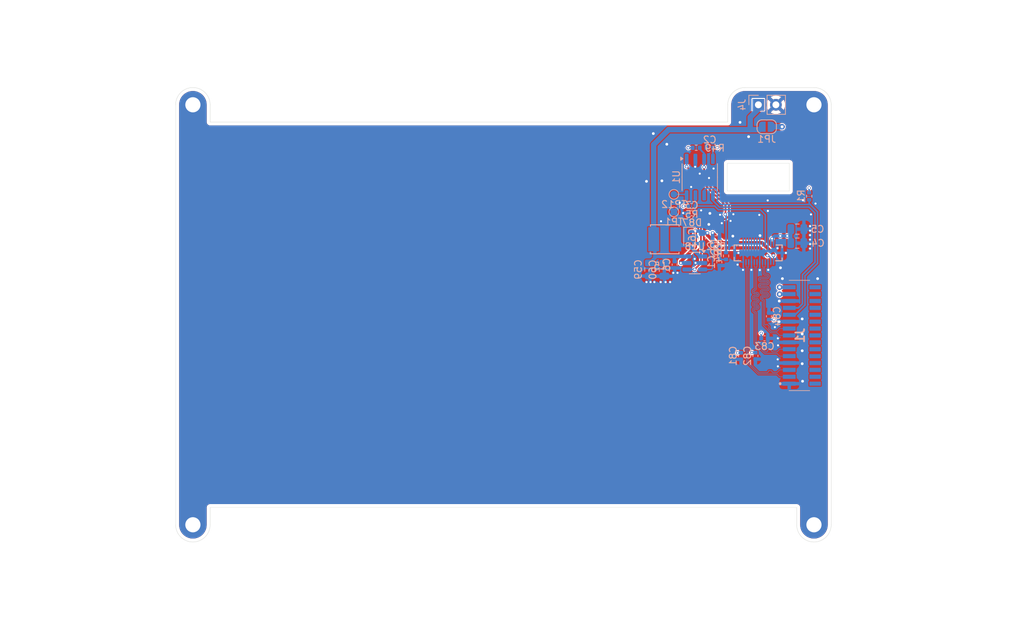
<source format=kicad_pcb>
(kicad_pcb (version 20241229) (generator "pcbnew") (generator_version "9.0")
  (layers (0 "F.Cu" signal) (4 "In1.Cu" signal) (6 "In2.Cu" signal) (2 "B.Cu" signal) (13 "F.Paste" user) (15 "B.Paste" user) (5 "F.SilkS" user "F.Silkscreen") (7 "B.SilkS" user "B.Silkscreen") (1 "F.Mask" user) (3 "B.Mask" user) (25 "Edge.Cuts" user))
  (net 0 "")
  (net 1 "GND")
  (net 15 "Net-(C1-Pad1)")
  (net 18 "+3.3V")
  (net 19 "+BL-LCD")
  (net 21 "Net-(D87-A)")
  (net 22 "BL_PWM")
  (net 23 "-BL-LCD")
  (net 24 "LCD_RESET")
  (net 25 "SCL")
  (net 26 "SDA")
  (net 27 "Net-(U18-FB)")
  (net 28 "BL_ENABLE")
  (net 29 "SDIO")
  (net 30 "/DSI_D1_P")
  (net 31 "/DSI_CLK_N")
  (net 32 "/DSI_D0_P")
  (net 33 "/DSI_D1_N")
  (net 34 "/DSI_CLK_P")
  (net 35 "/DSI_D0_N")
  (net 36 "VLED")
  (footprint "MountingHole:MountingHole_2.2mm_M2_DIN965_Pad" (layer "F.Cu") (at 92.56 -2.5)
    (property "Reference" "H2" (hide yes))
    (property "Value" "~" (hide yes))
  )
  (footprint "MountingHole:MountingHole_2.2mm_M2_DIN965_Pad" (layer "F.Cu") (at 92.56 58.45)
    (property "Reference" "H4" (hide yes))
    (property "Value" "~" (hide yes))
  )
  (footprint "MountingHole:MountingHole_2.2mm_M2_DIN965_Pad" (layer "F.Cu") (at 2.5 58.45)
    (property "Reference" "H3" (hide yes))
    (property "Value" "~" (hide yes))
  )
  (footprint "MountingHole:MountingHole_2.2mm_M2_DIN965_Pad" (layer "F.Cu") (at 2.5 -2.5)
    (property "Reference" "H1" (hide yes))
    (property "Value" "~" (hide yes))
  )
  (footprint "Package_SO:JEITA_SOIC-8_3.9x4.9mm_P1.27mm" (layer "B.Cu") (at 76 8 -90)
    (property "Reference" "U1")
    (property "Value" "CH32V003JxMx")
  )
  (footprint "footprints:CONN-SMD_DF37NB-24DS-0.4V" (layer "B.Cu") (at 84.5 19 180)
    (property "Reference" "CN1" (hide yes))
    (property "Value" "DF37NB-24DS-0.4V(51)" (hide yes))
  )
  (footprint "Resistor_SMD:R_0402_1005Metric" (layer "B.Cu") (at 74.8284 12.2174)
    (property "Reference" "R5")
    (property "Value" "100k")
  )
  (footprint "Resistor_SMD:R_0402_1005Metric" (layer "B.Cu") (at 91.8718 10.7696 -90)
    (property "Reference" "R1")
    (property "Value" "100k")
  )
  (footprint "Diode_SMD:D_SOD-323" (layer "B.Cu") (at 74.5236 16.8792 -90)
    (property "Reference" "D87")
    (property "Value" "1N5819WS")
  )
  (footprint "Resistor_SMD:R_0402_1005Metric" (layer "B.Cu") (at 78.3616 18.914 180)
    (property "Reference" "R3")
    (property "Value" "90k")
  )
  (footprint "Capacitor_SMD:C_0402_1005Metric" (layer "B.Cu") (at 78.8416 20.3454 -90)
    (property "Reference" "C1")
    (property "Value" "100n")
  )
  (footprint "TestPoint:TestPoint_Pad_D1.0mm" (layer "B.Cu") (at 72.25 10.5)
    (property "Reference" "TP12")
    (property "Value" "SDIO")
  )
  (footprint "Capacitor_SMD:C_0805_2012Metric" (layer "B.Cu") (at 90.1548 15.5448)
    (property "Reference" "C5")
    (property "Value" "10u")
  )
  (footprint "Capacitor_SMD:C_0402_1005Metric" (layer "B.Cu") (at 72.3646 20.7036 -90)
    (property "Reference" "C6")
    (property "Value" "10n")
  )
  (footprint "Capacitor_SMD:C_0603_1608Metric" (layer "B.Cu") (at 76.327 16.8656 -90)
    (property "Reference" "C61")
    (property "Value" "1u")
  )
  (footprint "Resistor_SMD:R_0402_1005Metric" (layer "B.Cu") (at 79.8148 19.4354 -90)
    (property "Reference" "R4")
    (property "Value" "10k")
  )
  (footprint "Package_TO_SOT_SMD:SOT-23-6" (layer "B.Cu") (at 75.2801 20.4622 180)
    (property "Reference" "U18")
    (property "Value" "AP3032KTR")
  )
  (footprint "Connector_PinHeader_2.54mm:PinHeader_1x02_P2.54mm_Vertical" (layer "B.Cu") (at 84.5 -2.5 -90)
    (property "Reference" "J4")
    (property "Value" "Backlight power")
  )
  (footprint "Capacitor_SMD:C_0402_1005Metric" (layer "B.Cu") (at 84.074 33.9344 -90)
    (property "Reference" "C82")
    (property "Value" "10n")
  )
  (footprint "Resistor_SMD:R_0402_1005Metric" (layer "B.Cu") (at 75.4868 3.7338 180)
    (property "Reference" "R49")
    (property "Value" "100k")
  )
  (footprint "footprints:IND-SMD_L4.0-W4.0" (layer "B.Cu") (at 70.9168 17.018)
    (property "Reference" "L5")
    (property "Value" "6.8uH")
  )
  (footprint "footprints:117342485" (layer "B.Cu") (at 88.9512 30.975 -90)
    (property "Reference" "J1")
    (property "Value" "1-1734248-5" (hide yes))
  )
  (footprint "Jumper:SolderJumper-2_P1.3mm_Open_RoundedPad1.0x1.5mm" (layer "B.Cu") (at 85.71 0.6858)
    (property "Reference" "JP1")
    (property "Value" "Backlight voltage source selection")
  )
  (footprint "Capacitor_SMD:C_0402_1005Metric" (layer "B.Cu") (at 77.4446 3.7338 180)
    (property "Reference" "C2")
    (property "Value" "100n")
  )
  (footprint "Capacitor_SMD:C_0805_2012Metric" (layer "B.Cu") (at 70.8676 21.4252 -90)
    (property "Reference" "C60")
    (property "Value" "10u")
  )
  (footprint "Capacitor_SMD:C_0402_1005Metric" (layer "B.Cu") (at 85.3922 31.3944)
    (property "Reference" "C83")
    (property "Value" "10n")
  )
  (footprint "Resistor_SMD:R_0402_1005Metric" (layer "B.Cu") (at 78.3616 16.886)
    (property "Reference" "R52")
    (property "Value" "10")
  )
  (footprint "TestPoint:TestPoint_Pad_D1.0mm" (layer "B.Cu") (at 72.25 13.04)
    (property "Reference" "TP1")
    (property "Value" "GND")
  )
  (footprint "Capacitor_SMD:C_0805_2012Metric" (layer "B.Cu") (at 90.1446 17.5768)
    (property "Reference" "C4")
    (property "Value" "10u")
  )
  (footprint "Capacitor_SMD:C_0805_2012Metric" (layer "B.Cu") (at 68.7594 21.3998 -90)
    (property "Reference" "C59")
    (property "Value" "10u")
  )
  (footprint "Capacitor_SMD:C_0402_1005Metric" (layer "B.Cu") (at 74.8284 13.2334 180)
    (property "Reference" "C3")
    (property "Value" "100n")
  )
  (footprint "Capacitor_SMD:C_0402_1005Metric" (layer "B.Cu") (at 81.9912 33.9598 -90)
    (property "Reference" "C81")
    (property "Value" "10n")
  )
  (footprint "Capacitor_SMD:C_0402_1005Metric" (layer "B.Cu") (at 86.0298 28.194 90)
    (property "Reference" "C84")
    (property "Value" "10n")
  )
  (footprint "Resistor_SMD:R_0402_1005Metric" (layer "B.Cu") (at 78.3616 17.9)
    (property "Reference" "R2")
    (property "Value" "5k")
  )
  (gr_line (start 80.06 0) (end 80.06 -2.5) (stroke (width 0.05)) (layer "Edge.Cuts"))
  (gr_line (start 80 6) (end 80 10) (stroke (width 0.0381)) (layer "Edge.Cuts"))
  (gr_line (start 0 -2.5) (end 0 58.45) (stroke (width 0.0381)) (layer "Edge.Cuts"))
  (gr_line (start 95.06 -2.5) (end 95.06 58.45) (stroke (width 0.05)) (layer "Edge.Cuts"))
  (gr_line (start 92.56 -5) (end 82.56 -5) (stroke (width 0.05)) (layer "Edge.Cuts"))
  (gr_arc (start 95.06 58.45) (mid 92.56 60.95) (end 90.06 58.45) (stroke (width 0.05)) (layer "Edge.Cuts"))
  (gr_arc (start 80.06 -2.5) (mid 80.792233 -4.267767) (end 82.56 -5) (stroke (width 0.05)) (layer "Edge.Cuts"))
  (gr_arc (start 5 58.45) (mid 2.5 60.95) (end 0 58.45) (stroke (width 0.05)) (layer "Edge.Cuts"))
  (gr_line (start 90.06 55.95) (end 90.06 58.45) (stroke (width 0.05)) (layer "Edge.Cuts"))
  (gr_line (start 5 55.95) (end 90.06 55.95) (stroke (width 0.0381)) (layer "Edge.Cuts"))
  (gr_line (start 80 10) (end 89 10) (stroke (width 0.0381)) (layer "Edge.Cuts"))
  (gr_line (start 5 55.95) (end 5 58.45) (stroke (width 0.05)) (layer "Edge.Cuts"))
  (gr_line (start 89 6) (end 80 6) (stroke (width 0.0381)) (layer "Edge.Cuts"))
  (gr_line (start 89 6) (end 89 10) (stroke (width 0.0381)) (layer "Edge.Cuts"))
  (gr_arc (start 92.56 -5) (mid 94.327767 -4.267767) (end 95.06 -2.5) (stroke (width 0.05)) (layer "Edge.Cuts"))
  (gr_line (start 5 0) (end 80.06 0) (stroke (width 0.05)) (layer "Edge.Cuts"))
  (gr_line (start 5 0) (end 5 -2.5) (stroke (width 0.05)) (layer "Edge.Cuts"))
  (gr_arc (start 0 -2.5) (mid 2.5 -5) (end 5 -2.5) (stroke (width 0.05)) (layer "Edge.Cuts"))
  (via (at 91.9988 18.3642) (size 0.5) (drill 0.3) (layers "F.Cu" "B.Cu") (net 1))
  (via (at 88.4936 18.9992) (size 0.45) (drill 0.3) (layers "F.Cu" "B.Cu") (net 1))
  (via (at 69.2658 1.6764) (size 0.8) (drill 0.4) (layers "F.Cu" "B.Cu") (net 1))
  (via (at 69.4198 23.2286) (size 0.5) (drill 0.3) (layers "F.Cu" "B.Cu") (net 1))
  (via (at 73.1012 11.7094) (size 0.5) (drill 0.3) (layers "F.Cu" "B.Cu") (net 1))
  (via (at 77.47 13.2588) (size 0.8) (drill 0.4) (layers "F.Cu" "B.Cu") (net 1))
  (via (at 92.7862 11.8364) (size 0.5) (drill 0.3) (layers "F.Cu" "B.Cu") (net 1))
  (via (at 90.8558 35.0774) (size 0.8) (drill 0.4) (layers "F.Cu" "B.Cu") (net 1))
  (via (at 87.5284 25.9842) (size 0.8) (drill 0.4) (layers "F.Cu" "B.Cu") (net 1))
  (via (at 78.0034 6.7564) (size 0.5) (drill 0.3) (layers "F.Cu" "B.Cu") (net 1))
  (via (at 71.7058 23.2286) (size 0.5) (drill 0.3) (layers "F.Cu" "B.Cu") (net 1))
  (via (at 70.3834 14.4018) (size 0.5) (drill 0.3) (layers "F.Cu" "B.Cu") (net 1))
  (via (at 76.2 12.827) (size 0.5) (drill 0.3) (layers "F.Cu" "B.Cu") (net 1))
  (via (at 84.6328 13.4874) (size 0.5) (drill 0.3) (layers "F.Cu" "B.Cu") (net 1))
  (via (at 80.7974 16.5608) (size 0.8) (drill 0.4) (layers "F.Cu" "B.Cu") (net 1))
  (via (at 74.7522 9.4234) (size 0.5) (drill 0.3) (layers "F.Cu" "B.Cu") (net 1))
  (via (at 90.9066 37.6174) (size 0.8) (drill 0.4) (layers "F.Cu" "B.Cu") (net 1))
  (via (at 77.343 8.128) (size 0.5) (drill 0.3) (layers "F.Cu" "B.Cu") (net 1))
  (via (at 68.861 23.2286) (size 0.5) (drill 0.3) (layers "F.Cu" "B.Cu") (net 1))
  (via (at 85.8774 12.9032) (size 0.5) (drill 0.3) (layers "F.Cu" "B.Cu") (net 1))
  (via (at 90.9574 11.3538) (size 0.5) (drill 0.3) (layers "F.Cu" "B.Cu") (net 1))
  (via (at 81.8388 0.0508) (size 0.8) (drill 0.4) (layers "F.Cu" "B.Cu") (net 1))
  (via (at 80.8736 13.3858) (size 0.5) (drill 0.3) (layers "F.Cu" "B.Cu") (net 1))
  (via (at 92.1258 13.4112) (size 0.5) (drill 0.3) (layers "F.Cu" "B.Cu") (net 1))
  (via (at 83.0834 2.1336) (size 0.8) (drill 0.4) (layers "F.Cu" "B.Cu") (net 1))
  (via (at 86.8934 29.7688) (size 0.45) (drill 0.3) (layers "F.Cu" "B.Cu") (net 1))
  (via (at 75.3364 6.5024) (size 0.5) (drill 0.3) (layers "F.Cu" "B.Cu") (net 1))
  (via (at 84.7344 16.4846) (size 0.8) (drill 0.4) (layers "F.Cu" "B.Cu") (net 1))
  (via (at 84.709 21.4884) (size 0.45) (drill 0.3) (layers "F.Cu" "B.Cu") (net 1))
  (via (at 81.6102 18.9992) (size 0.45) (drill 0.3) (layers "F.Cu" "B.Cu") (net 1))
  (via (at 81.4832 20.701) (size 0.45) (drill 0.3) (layers "F.Cu" "B.Cu") (net 1))
  (via (at 83.4898 21.463) (size 0.45) (drill 0.3) (layers "F.Cu" "B.Cu") (net 1))
  (via (at 90.8558 30.7594) (size 0.8) (drill 0.4) (layers "F.Cu" "B.Cu") (net 1))
  (via (at 87.3252 31.3944) (size 0.45) (drill 0.3) (layers "F.Cu" "B.Cu") (net 1))
  (via (at 87.3506 32.4104) (size 0.45) (drill 0.3) (layers "F.Cu" "B.Cu") (net 1))
  (via (at 87.7062 21.1582) (size 0.8) (drill 0.4) (layers "F.Cu" "B.Cu") (net 1))
  (via (at 75.2602 19.8628) (size 0.5) (drill 0.3) (layers "F.Cu" "B.Cu") (net 1))
  (via (at 82.2706 21.463) (size 0.45) (drill 0.3) (layers "F.Cu" "B.Cu") (net 1))
  (via (at 72.1614 21.8948) (size 0.5) (drill 0.3) (layers "F.Cu" "B.Cu") (net 1))
  (via (at 87.2744 18.3134) (size 0.45) (drill 0.3) (layers "F.Cu" "B.Cu") (net 1))
  (via (at 71.0454 23.2286) (size 0.5) (drill 0.3) (layers "F.Cu" "B.Cu") (net 1))
  (via (at 91.9988 17.71396) (size 0.5) (drill 0.3) (layers "F.Cu" "B.Cu") (net 1))
  (via (at 73.5838 13.208) (size 0.45) (drill 0.3) (layers "F.Cu" "B.Cu") (net 1))
  (via (at 80.4672 14.351) (size 0.5) (drill 0.3) (layers "F.Cu" "B.Cu") (net 1))
  (via (at 75.9968 7.493) (size 0.5) (drill 0.3) (layers "F.Cu" "B.Cu") (net 1))
  (via (at 87.2998 34.4424) (size 0.45) (drill 0.3) (layers "F.Cu" "B.Cu") (net 1))
  (via (at 79.1972 14.6812) (size 0.5) (drill 0.3) (layers "F.Cu" "B.Cu") (net 1))
  (via (at 87.3252 35.4584) (size 0.45) (drill 0.3) (layers "F.Cu" "B.Cu") (net 1))
  (via (at 91.9988 17.06372) (size 0.5) (drill 0.3) (layers "F.Cu" "B.Cu") (net 1))
  (via (at 85.9282 21.463) (size 0.45) (drill 0.3) (layers "F.Cu" "B.Cu") (net 1))
  (via (at 68.2768 23.2286) (size 0.5) (drill 0.3) (layers "F.Cu" "B.Cu") (net 1))
  (via (at 91.9988 16.41348) (size 0.5) (drill 0.3) (layers "F.Cu" "B.Cu") (net 1))
  (via (at 72.771 21.8948) (size 0.5) (drill 0.3) (layers "F.Cu" "B.Cu") (net 1))
  (via (at 70.5104 8.5344) (size 0.8) (drill 0.4) (layers "F.Cu" "B.Cu") (net 1))
  (via (at 87.503 28.9814) (size 0.8) (drill 0.4) (layers "F.Cu" "B.Cu") (net 1))
  (via (at 77.3176 14.859) (size 0.8) (drill 0.4) (layers "F.Cu" "B.Cu") (net 1))
  (via (at 75.3872 20.447) (size 0.5) (drill 0.3) (layers "F.Cu" "B.Cu") (net 1))
  (via (at 93.091 22.733) (size 0.8) (drill 0.4) (layers "F.Cu" "B.Cu") (net 1))
  (via (at 68.2752 8.6106) (size 0.8) (drill 0.4) (layers "F.Cu" "B.Cu") (net 1))
  (via (at 85.852 11.3792) (size 0.5) (drill 0.3) (layers "F.Cu" "B.Cu") (net 1))
  (via (at 87.9856 22.733) (size 0.8) (drill 0.4) (layers "F.Cu" "B.Cu") (net 1))
  (via (at 91.9988 15.113) (size 0.5) (drill 0.3) (layers "F.Cu" "B.Cu") (net 1))
  (via (at 90.8558 28.575) (size 0.8) (drill 0.4) (layers "F.Cu" "B.Cu") (net 1))
  (via (at 71.2216 3.2258) (size 0.8) (drill 0.4) (layers "F.Cu" "B.Cu") (net 1))
  (via (at 70.3342 23.2286) (size 0.5) (drill 0.3) (layers "F.Cu" "B.Cu") (net 1))
  (via (at 78.9432 13.462) (size 0.5) (drill 0.3) (layers "F.Cu" "B.Cu") (net 1))
  (via (at 90.8558 33.1978) (size 0.8) (drill 0.4) (layers "F.Cu" "B.Cu") (net 1))
  (via (at 91.9988 15.76324) (size 0.5) (drill 0.3) (layers "F.Cu" "B.Cu") (net 1))
  (segment (start 75.4024 20.4622) (end 75.3872 20.447) (width 0.5) (layer "B.Cu") (net 1))
  (segment (start 76.4176 20.4622) (end 75.4024 20.4622) (width 0.5) (layer "B.Cu") (net 1))
  (segment (start 78.8416 18.944) (end 78.8716 18.914) (width 0.25) (layer "B.Cu") (net 15))
  (segment (start 79.8148 19.9454) (end 78.869 19.9454) (width 0.25) (layer "B.Cu") (net 15))
  (segment (start 78.869 19.9454) (end 78.8416 19.918) (width 0.25) (layer "B.Cu") (net 15))
  (segment (start 78.8416 19.918) (end 78.8416 18.944) (width 0.25) (layer "B.Cu") (net 15))
  (segment (start 79.8572 19.8932) (end 79.8672 19.9032) (width 0.25) (layer "B.Cu") (net 15))
  (via (at 84.9122 30.6578) (size 0.45) (drill 0.3) (layers "F.Cu" "B.Cu") (net 18))
  (via (at 87.9348 0.6858) (size 0.8) (drill 0.4) (layers "F.Cu" "B.Cu") (net 18))
  (via (at 88.6968 16.5354) (size 0.5) (drill 0.3) (layers "F.Cu" "B.Cu") (net 18))
  (via (at 87.5792 23.9776) (size 0.8) (drill 0.4) (layers "F.Cu" "B.Cu") (net 18))
  (via (at 86.7384 28.674) (size 0.45) (drill 0.3) (layers "F.Cu" "B.Cu") (net 18))
  (via (at 91.8718 9.5758) (size 0.45) (drill 0.3) (layers "F.Cu" "B.Cu") (net 18))
  (via (at 81.4832 33.5026) (size 0.45) (drill 0.3) (layers "F.Cu" "B.Cu") (net 18))
  (via (at 78.5622 3.7084) (size 0.45) (drill 0.3) (layers "F.Cu" "B.Cu") (net 18))
  (via (at 74.3458 3.7338) (size 0.5) (drill 0.3) (layers "F.Cu" "B.Cu") (net 18))
  (via (at 87.6808 16.5354) (size 0.5) (drill 0.3) (layers "F.Cu" "B.Cu") (net 18))
  (via (at 83.5406 33.4518) (size 0.45) (drill 0.3) (layers "F.Cu" "B.Cu") (net 18))
  (via (at 86.487 16.9164) (size 0.5) (drill 0.3) (layers "F.Cu" "B.Cu") (net 18))
  (via (at 87.5792 24.9936) (size 0.8) (drill 0.4) (layers "F.Cu" "B.Cu") (net 18))
  (via (at 73.6346 12.2174) (size 0.5) (drill 0.3) (layers "F.Cu" "B.Cu") (net 18))
  (segment (start 91.8718 10.2596) (end 91.8718 9.6774) (width 0.25) (layer "B.Cu") (net 18))
  (segment (start 88.9762 24.975) (end 87.6232 24.975) (width 0.5) (layer "B.Cu") (net 18))
  (segment (start 86.3 17.68) (end 86.3 17.1034) (width 0.25) (layer "B.Cu") (net 18))
  (segment (start 77.9246 3.7338) (end 78.5368 3.7338) (width 0.25) (layer "B.Cu") (net 18))
  (segment (start 89.1946 16.5354) (end 88.6968 16.5354) (width 0.5) (layer "B.Cu") (net 18))
  (segment (start 89.1946 15.555) (end 89.2048 15.5448) (width 0.5) (layer "B.Cu") (net 18))
  (segment (start 77.905 5.35) (end 77.905 3.7534) (width 0.25) (layer "B.Cu") (net 18))
  (segment (start 89.1946 16.5354) (end 89.1946 15.555) (width 0.5) (layer "B.Cu") (net 18))
  (segment (start 74.3184 12.2174) (end 73.6346 12.2174) (width 0.2) (layer "B.Cu") (net 18))
  (segment (start 78.5368 3.7338) (end 78.5622 3.7084) (width 0.25) (layer "B.Cu") (net 18))
  (segment (start 81.506 33.4798) (end 81.4832 33.5026) (width 0.25) (layer "B.Cu") (net 18))
  (segment (start 87.5818 23.975) (end 87.5792 23.9776) (width 0.5) (layer "B.Cu") (net 18))
  (segment (start 86.7 17.1294) (end 86.487 16.9164) (width 0.25) (layer "B.Cu") (net 18))
  (segment (start 86.868 16.5354) (end 86.487 16.9164) (width 0.5) (layer "B.Cu") (net 18))
  (segment (start 86.7384 28.674) (end 86.0298 28.674) (width 0.25) (layer "B.Cu") (net 18))
  (segment (start 86.7 17.68) (end 86.7 17.1294) (width 0.25) (layer "B.Cu") (net 18))
  (segment (start 77.905 3.7534) (end 77.9246 3.7338) (width 0.25) (layer "B.Cu") (net 18))
  (segment (start 89.1946 17.5768) (end 89.1946 16.5354) (width 0.5) (layer "B.Cu") (net 18))
  (segment (start 83.5432 33.4544) (end 83.5406 33.4518) (width 0.25) (layer "B.Cu") (net 18))
  (segment (start 81.9912 33.4798) (end 81.506 33.4798) (width 0.25) (layer "B.Cu") (net 18))
  (segment (start 86.3 17.1034) (end 86.487 16.9164) (width 0.25) (layer "B.Cu") (net 18))
  (segment (start 87.6232 24.975) (end 87.6046 24.9936) (width 0.5) (layer "B.Cu") (net 18))
  (segment (start 74.9768 3.7338) (end 74.3458 3.7338) (width 0.25) (layer "B.Cu") (net 18))
  (segment (start 84.9122 31.3944) (end 84.9122 30.6578) (width 0.25) (layer "B.Cu") (net 18))
  (segment (start 86.36 0.6858) (end 87.9348 0.6858) (width 0.8) (layer "B.Cu") (net 18))
  (segment (start 87.6808 16.5354) (end 86.868 16.5354) (width 0.5) (layer "B.Cu") (net 18))
  (segment (start 88.9762 23.975) (end 87.5818 23.975) (width 0.5) (layer "B.Cu") (net 18))
  (segment (start 84.074 33.4544) (end 83.5432 33.4544) (width 0.25) (layer "B.Cu") (net 18))
  (segment (start 91.8718 9.6774) (end 91.8718 9.5758) (width 0.25) (layer "B.Cu") (net 18))
  (segment (start 88.6968 16.5354) (end 87.6808 16.5354) (width 0.5) (layer "B.Cu") (net 18))
  (segment (start 85.813194 19.366794) (end 85.814606 19.366794) (width 0.5) (layer "F.Cu") (net 19))
  (segment (start 84.7196 18.2732) (end 85.2805 18.8341) (width 0.5) (layer "F.Cu") (net 19))
  (segment (start 77.1144 16.1036) (end 77.1144 16.414675) (width 0.5) (layer "F.Cu") (net 19))
  (segment (start 78.972925 18.2732) (end 84.7196 18.2732) (width 0.5) (layer "F.Cu") (net 19))
  (segment (start 73.2536 20.2438) (end 75.3618 18.1356) (width 0.5) (layer "F.Cu") (net 19))
  (segment (start 73.2536 20.4622) (end 73.2536 20.2438) (width 0.5) (layer "F.Cu") (net 19))
  (segment (start 75.3618 18.1356) (end 75.3618 15.8292) (width 0.5) (layer "F.Cu") (net 19))
  (segment (start 77.1144 16.414675) (end 78.972925 18.2732) (width 0.5) (layer "F.Cu") (net 19))
  (segment (start 85.2805 18.8341) (end 85.813194 19.366794) (width 0.5) (layer "F.Cu") (net 19))
  (via (at 73.2536 20.4622) (size 0.5) (drill 0.3) (layers "F.Cu" "B.Cu") (net 19))
  (via (at 85.814606 19.366794) (size 0.5) (drill 0.3) (layers "F.Cu" "B.Cu") (net 19))
  (via (at 75.3618 15.8292) (size 0.5) (drill 0.3) (layers "F.Cu" "B.Cu") (net 19))
  (via (at 77.1144 16.1036) (size 0.5) (drill 0.3) (layers "F.Cu" "B.Cu") (net 19))
  (segment (start 86.3 19.752) (end 85.914794 19.366794) (width 0.2) (layer "B.Cu") (net 19))
  (segment (start 77.1014 16.0906) (end 77.1144 16.1036) (width 0.5) (layer "B.Cu") (net 19))
  (segment (start 76.34 16.1036) (end 76.327 16.0906) (width 0.25) (layer "B.Cu") (net 19))
  (segment (start 73.2536 20.4622) (end 74.1426 20.4622) (width 0.5) (layer "B.Cu") (net 19))
  (segment (start 85.914794 19.366794) (end 85.814606 19.366794) (width 0.2) (layer "B.Cu") (net 19))
  (segment (start 75.3618 15.8292) (end 76.0656 15.8292) (width 0.5) (layer "B.Cu") (net 19))
  (segment (start 86.3 20.32) (end 86.3 19.752) (width 0.2) (layer "B.Cu") (net 19))
  (segment (start 74.5236 15.8292) (end 75.3618 15.8292) (width 0.5) (layer "B.Cu") (net 19))
  (segment (start 76.0656 15.8292) (end 76.327 16.0906) (width 0.5) (layer "B.Cu") (net 19))
  (segment (start 76.327 16.0906) (end 77.1014 16.0906) (width 0.5) (layer "B.Cu") (net 19))
  (segment (start 76.0526 19.5122) (end 74.5236 17.9832) (width 0.5) (layer "B.Cu") (net 21))
  (segment (start 76.4176 19.5122) (end 76.0526 19.5122) (width 0.5) (layer "B.Cu") (net 21))
  (segment (start 73.428 17.9292) (end 72.5168 17.018) (width 0.5) (layer "B.Cu") (net 21))
  (segment (start 74.5236 17.9832) (end 74.5236 17.9292) (width 0.5) (layer "B.Cu") (net 21))
  (segment (start 74.5236 17.9292) (end 73.428 17.9292) (width 0.5) (layer "B.Cu") (net 21))
  (segment (start 79.7814 13.2842) (end 79.7814 13.335) (width 0.25) (layer "F.Cu") (net 22))
  (segment (start 79.7306 12.1158) (end 79.7306 13.2334) (width 0.25) (layer "F.Cu") (net 22))
  (segment (start 79.7814 13.335) (end 79.7052 13.4112) (width 0.25) (layer "F.Cu") (net 22))
  (segment (start 74.0918 6.477) (end 79.7306 12.1158) (width 0.25) (layer "F.Cu") (net 22))
  (segment (start 79.7306 13.2334) (end 79.7814 13.2842) (width 0.25) (layer "F.Cu") (net 22))
  (via (at 79.7052 13.4112) (size 0.5) (drill 0.3) (layers "F.Cu" "B.Cu") (net 22))
  (via (at 74.0918 6.477) (size 0.5) (drill 0.3) (layers "F.Cu" "B.Cu") (net 22))
  (segment (start 74.095 6.4738) (end 74.0918 6.477) (width 0.25) (layer "B.Cu") (net 22))
  (segment (start 79.7052 13.4112) (end 79.8148 13.5208) (width 0.25) (layer "B.Cu") (net 22))
  (segment (start 79.8148 13.5208) (end 79.8148 18.9254) (width 0.25) (layer "B.Cu") (net 22))
  (segment (start 74.095 5.35) (end 74.095 6.4738) (width 0.25) (layer "B.Cu") (net 22))
  (segment (start 79.283999 17.5222) (end 85.030674 17.5222) (width 0.5) (layer "F.Cu") (net 23))
  (segment (start 85.030674 17.5222) (end 86.2436 18.735126) (width 0.5) (layer "F.Cu") (net 23))
  (segment (start 77.8654 16.1036) (end 79.283999 17.5222) (width 0.5) (layer "F.Cu") (net 23))
  (segment (start 86.6902 19.181726) (end 86.6902 19.3548) (width 0.5) (layer "F.Cu") (net 23))
  (segment (start 86.2436 18.735126) (end 86.6902 19.181726) (width 0.5) (layer "F.Cu") (net 23))
  (via (at 86.6902 19.3548) (size 0.5) (drill 0.3) (layers "F.Cu" "B.Cu") (net 23))
  (via (at 77.8654 16.1036) (size 0.5) (drill 0.3) (layers "F.Cu" "B.Cu") (net 23))
  (segment (start 77.8654 16.8722) (end 77.8654 16.1036) (width 0.5) (layer "B.Cu") (net 23))
  (segment (start 77.8516 17.9) (end 77.8516 16.886) (width 0.5) (layer "B.Cu") (net 23))
  (segment (start 86.7 19.3646) (end 86.6902 19.3548) (width 0.2) (layer "B.Cu") (net 23))
  (segment (start 77.8516 16.886) (end 77.8654 16.8722) (width 0.5) (layer "B.Cu") (net 23))
  (segment (start 86.7 20.32) (end 86.7 19.3646) (width 0.2) (layer "B.Cu") (net 23))
  (segment (start 75.365 12.1608) (end 75.3338 12.192) (width 0.25) (layer "B.Cu") (net 24))
  (segment (start 85.5 13.4626) (end 85.5 17.68) (width 0.25) (layer "B.Cu") (net 24))
  (segment (start 75.365 10.65) (end 75.365 12.1608) (width 0.25) (layer "B.Cu") (net 24))
  (segment (start 78.162428 12.192) (end 78.692828 12.7224) (width 0.25) (layer "B.Cu") (net 24))
  (segment (start 84.7598 12.7224) (end 85.5 13.4626) (width 0.25) (layer "B.Cu") (net 24))
  (segment (start 75.3338 12.192) (end 75.3338 13.178) (width 0.25) (layer "B.Cu") (net 24))
  (segment (start 78.692828 12.7224) (end 84.7598 12.7224) (width 0.25) (layer "B.Cu") (net 24))
  (segment (start 75.3338 12.192) (end 78.162428 12.192) (width 0.25) (layer "B.Cu") (net 24))
  (segment (start 75.3338 13.178) (end 75.3638 13.208) (width 0.25) (layer "B.Cu") (net 24))
  (segment (start 76.635 9.900001) (end 76.635 10.65) (width 0.25) (layer "B.Cu") (net 25))
  (segment (start 91.2592 22.3296) (end 93.091 20.4978) (width 0.25) (layer "B.Cu") (net 25))
  (segment (start 91.9958 11.9664) (end 91.8718 11.9664) (width 0.25) (layer "B.Cu") (net 25))
  (segment (start 93.091 20.4978) (end 93.091 13.0556) (width 0.25) (layer "B.Cu") (net 25))
  (segment (start 91.8718 11.9664) (end 79.0478 11.9664) (width 0.25) (layer "B.Cu") (net 25))
  (segment (start 76.888001 9.647) (end 76.635 9.900001) (width 0.25) (layer "B.Cu") (net 25))
  (segment (start 93.091 13.0556) (end 91.9988 11.9634) (width 0.25) (layer "B.Cu") (net 25))
  (segment (start 91.8718 11.2796) (end 91.8718 11.9664) (width 0.25) (layer "B.Cu") (net 25))
  (segment (start 89.831372 27.975) (end 91.2592 26.547173) (width 0.25) (layer "B.Cu") (net 25))
  (segment (start 78.5622 11.4808) (end 78.5622 10.00114) (width 0.25) (layer "B.Cu") (net 25))
  (segment (start 79.0478 11.9664) (end 78.5622 11.4808) (width 0.25) (layer "B.Cu") (net 25))
  (segment (start 91.2592 26.547173) (end 91.2592 22.3296) (width 0.25) (layer "B.Cu") (net 25))
  (segment (start 78.20806 9.647) (end 76.888001 9.647) (width 0.25) (layer "B.Cu") (net 25))
  (segment (start 91.9988 11.9634) (end 91.9958 11.9664) (width 0.25) (layer "B.Cu") (net 25))
  (segment (start 88.9762 27.975) (end 89.831372 27.975) (width 0.25) (layer "B.Cu") (net 25))
  (segment (start 78.5622 10.00114) (end 78.20806 9.647) (width 0.25) (layer "B.Cu") (net 25))
  (segment (start 92.713 20.341228) (end 92.713 13.212172) (width 0.25) (layer "B.Cu") (net 26))
  (segment (start 92.713 13.212172) (end 91.845228 12.3444) (width 0.25) (layer "B.Cu") (net 26))
  (segment (start 88.9762 26.975) (end 90.2968 26.975) (width 0.25) (layer "B.Cu") (net 26))
  (segment (start 90.2968 26.975) (end 90.8812 26.3906) (width 0.25) (layer "B.Cu") (net 26))
  (segment (start 90.8812 22.173027) (end 92.713 20.341228) (width 0.25) (layer "B.Cu") (net 26))
  (segment (start 78.849401 12.3444) (end 77.905 11.399999) (width 0.25) (layer "B.Cu") (net 26))
  (segment (start 90.8812 26.3906) (end 90.8812 22.173027) (width 0.25) (layer "B.Cu") (net 26))
  (segment (start 77.905 11.399999) (end 77.905 10.65) (width 0.25) (layer "B.Cu") (net 26))
  (segment (start 91.845228 12.3444) (end 78.849401 12.3444) (width 0.25) (layer "B.Cu") (net 26))
  (segment (start 77.8516 21.2338) (end 77.8516 18.914) (width 0.2) (layer "B.Cu") (net 27))
  (segment (start 77.6732 21.4122) (end 77.8516 21.2338) (width 0.2) (layer "B.Cu") (net 27))
  (segment (start 77.8576 18.914) (end 78.8716 17.9) (width 0.2) (layer "B.Cu") (net 27))
  (segment (start 76.4176 21.4122) (end 77.6732 21.4122) (width 0.2) (layer "B.Cu") (net 27))
  (segment (start 77.8516 18.914) (end 77.8576 18.914) (width 0.2) (layer "B.Cu") (net 27))
  (segment (start 76.6318 6.5532) (end 76.6318 8.482428) (width 0.25) (layer "F.Cu") (net 28))
  (segment (start 80.2352 13.630734) (end 79.768934 14.097) (width 0.25) (layer "F.Cu") (net 28))
  (segment (start 76.1746 15.0368) (end 76.1746 20.4724) (width 0.25) (layer "F.Cu") (net 28))
  (segment (start 76.1746 20.4724) (end 75.2602 21.3868) (width 0.25) (layer "F.Cu") (net 28))
  (segment (start 79.768934 14.097) (end 77.1144 14.097) (width 0.25) (layer "F.Cu") (net 28))
  (segment (start 76.6318 8.482428) (end 80.2352 12.085828) (width 0.25) (layer "F.Cu") (net 28))
  (segment (start 80.2352 12.085828) (end 80.2352 13.630734) (width 0.25) (layer "F.Cu") (net 28))
  (segment (start 77.1144 14.097) (end 76.1746 15.0368) (width 0.25) (layer "F.Cu") (net 28))
  (via (at 76.6318 6.5532) (size 0.5) (drill 0.3) (layers "F.Cu" "B.Cu") (net 28))
  (via (at 75.2602 21.3868) (size 0.5) (drill 0.3) (layers "F.Cu" "B.Cu") (net 28))
  (segment (start 76.635 5.35) (end 76.635 6.55) (width 0.25) (layer "B.Cu") (net 28))
  (segment (start 76.635 5.35) (end 76.635 4.5498) (width 0.25) (layer "B.Cu") (net 28))
  (segment (start 75.9968 3.9116) (end 75.9968 3.7338) (width 0.25) (layer "B.Cu") (net 28))
  (segment (start 75.2602 21.3868) (end 74.168 21.3868) (width 0.25) (layer "B.Cu") (net 28))
  (segment (start 76.635 4.5498) (end 75.9968 3.9116) (width 0.25) (layer "B.Cu") (net 28))
  (segment (start 74.168 21.3868) (end 74.1426 21.4122) (width 0.25) (layer "B.Cu") (net 28))
  (segment (start 76.635 6.55) (end 76.6318 6.5532) (width 0.25) (layer "B.Cu") (net 28))
  (segment (start 73.945 10.5) (end 74.095 10.65) (width 0.25) (layer "B.Cu") (net 29))
  (segment (start 72.25 10.5) (end 73.945 10.5) (width 0.25) (layer "B.Cu") (net 29))
  (segment (start 86.880829 36.37) (end 87.193699 36.37) (width 0.09) (layer "B.Cu") (net 30))
  (segment (start 87.588699 35.975) (end 87.689864 35.975) (width 0.09) (layer "B.Cu") (net 30))
  (segment (start 86.635649 36.37) (end 86.880829 36.37) (width 0.09) (layer "B.Cu") (net 30))
  (segment (start 87.689864 35.975) (end 88.9762 35.975) (width 0.09) (layer "B.Cu") (net 30))
  (segment (start 86.085649 36.06518) (end 86.330829 36.06518) (width 0.09) (layer "B.Cu") (net 30))
  (segment (start 83.005 34.799706) (end 84.575294 36.37) (width 0.09) (layer "B.Cu") (net 30))
  (segment (start 84.575294 36.37) (end 85.780829 36.37) (width 0.09) (layer "B.Cu") (net 30))
  (segment (start 87.193699 36.37) (end 87.588699 35.975) (width 0.09) (layer "B.Cu") (net 30))
  (segment (start 83.1 20.32) (end 83.1 20.920001) (width 0.09) (layer "B.Cu") (net 30))
  (segment (start 83.005 21.015001) (end 83.005 34.799706) (width 0.09) (layer "B.Cu") (net 30))
  (segment (start 83.1 20.920001) (end 83.005 21.015001) (width 0.09) (layer "B.Cu") (net 30))
  (arc (start 85.933239 36.21759) (mid 85.977879 36.10982) (end 86.085649 36.06518) (width 0.09) (layer "B.Cu") (net 30))
  (arc (start 86.330829 36.06518) (mid 86.438599 36.10982) (end 86.483239 36.21759) (width 0.09) (layer "B.Cu") (net 30))
  (arc (start 86.483239 36.21759) (mid 86.527879 36.32536) (end 86.635649 36.37) (width 0.09) (layer "B.Cu") (net 30))
  (arc (start 85.780829 36.37) (mid 85.888599 36.32536) (end 85.933239 36.21759) (width 0.09) (layer "B.Cu") (net 30))
  (segment (start 83.995 26.072072) (end 83.908219 26.072072) (width 0.09) (layer "B.Cu") (net 31))
  (segment (start 84.378557 25.91885) (end 84.378557 25.985294) (width 0.09) (layer "B.Cu") (net 31))
  (segment (start 83.995 32.149694) (end 85.425306 33.58) (width 0.09) (layer "B.Cu") (net 31))
  (segment (start 87.588699 33.975) (end 88.9762 33.975) (width 0.09) (layer "B.Cu") (net 31))
  (segment (start 83.611445 25.468849) (end 83.611445 25.535295) (width 0.09) (layer "B.Cu") (net 31))
  (segment (start 83.611439 26.368852) (end 83.611439 26.435292) (width 0.09) (layer "B.Cu") (net 31))
  (segment (start 84.205 26.072072) (end 83.995 26.072072) (width 0.09) (layer "B.Cu") (net 31))
  (segment (start 84.291779 26.972072) (end 84.205 26.972072) (width 0.09) (layer "B.Cu") (net 31))
  (segment (start 84.205 25.832072) (end 84.291779 25.832072) (width 0.09) (layer "B.Cu") (net 31))
  (segment (start 83.614816 27.267164) (end 83.614816 27.33698) (width 0.09) (layer "B.Cu") (net 31))
  (segment (start 84.205 26.732072) (end 84.291779 26.732072) (width 0.09) (layer "B.Cu") (net 31))
  (segment (start 83.995 25.172072) (end 83.908222 25.172072) (width 0.09) (layer "B.Cu") (net 31))
  (segment (start 83.908222 25.832072) (end 83.995 25.832072) (width 0.09) (layer "B.Cu") (net 31))
  (segment (start 84.205 25.172072) (end 83.995 25.172072) (width 0.09) (layer "B.Cu") (net 31))
  (segment (start 84.291779 26.072072) (end 84.205 26.072072) (width 0.09) (layer "B.Cu") (net 31))
  (segment (start 83.614842 24.55473) (end 83.614842 24.636993) (width 0.09) (layer "B.Cu") (net 31))
  (segment (start 84.205 26.972072) (end 84.014908 26.972072) (width 0.09) (layer "B.Cu") (net 31))
  (segment (start 83.995 27.774572) (end 83.995 30.4671) (width 0.09) (layer "B.Cu") (net 31))
  (segment (start 83.909921 24.932072) (end 83.995 24.932072) (width 0.09) (layer "B.Cu") (net 31))
  (segment (start 84.378557 25.01885) (end 84.378557 25.085294) (width 0.09) (layer "B.Cu") (net 31))
  (segment (start 83.995 26.732072) (end 84.205 26.732072) (width 0.09) (layer "B.Cu") (net 31))
  (segment (start 83.995 21.015001) (end 83.995 24.174572) (width 0.09) (layer "B.Cu") (net 31))
  (segment (start 85.425306 33.58) (end 87.193699 33.58) (width 0.09) (layer "B.Cu") (net 31))
  (segment (start 84.291779 25.172072) (end 84.205 25.172072) (width 0.09) (layer "B.Cu") (net 31))
  (segment (start 83.995 27.717164) (end 83.995 27.774572) (width 0.09) (layer "B.Cu") (net 31))
  (segment (start 83.995 30.4671) (end 83.995 32.149694) (width 0.09) (layer "B.Cu") (net 31))
  (segment (start 83.995 25.832072) (end 84.205 25.832072) (width 0.09) (layer "B.Cu") (net 31))
  (segment (start 83.9 20.920001) (end 83.995 21.015001) (width 0.09) (layer "B.Cu") (net 31))
  (segment (start 83.995 24.932072) (end 84.205 24.932072) (width 0.09) (layer "B.Cu") (net 31))
  (segment (start 87.193699 33.58) (end 87.588699 33.975) (width 0.09) (layer "B.Cu") (net 31))
  (segment (start 84.205 24.932072) (end 84.291779 24.932072) (width 0.09) (layer "B.Cu") (net 31))
  (segment (start 83.9 20.32) (end 83.9 20.920001) (width 0.09) (layer "B.Cu") (net 31))
  (segment (start 84.014908 26.972072) (end 83.909908 26.972072) (width 0.09) (layer "B.Cu") (net 31))
  (segment (start 83.908219 26.732072) (end 83.995 26.732072) (width 0.09) (layer "B.Cu") (net 31))
  (segment (start 84.378557 26.81885) (end 84.378557 26.885294) (width 0.09) (layer "B.Cu") (net 31))
  (arc (start 84.378557 26.885294) (mid 84.35314 26.946655) (end 84.291779 26.972072) (width 0.09) (layer "B.Cu") (net 31))
  (arc (start 84.291779 24.932072) (mid 84.35314 24.957489) (end 84.378557 25.01885) (width 0.09) (layer "B.Cu") (net 31))
  (arc (start 83.908219 26.072072) (mid 83.698364 26.158997) (end 83.611439 26.368852) (width 0.09) (layer "B.Cu") (net 31))
  (arc (start 83.909921 24.259651) (mid 83.701269 24.346078) (end 83.614842 24.55473) (width 0.09) (layer "B.Cu") (net 31))
  (arc (start 83.611445 25.535295) (mid 83.698369 25.745148) (end 83.908222 25.832072) (width 0.09) (layer "B.Cu") (net 31))
  (arc (start 83.995 24.174572) (mid 83.970081 24.234732) (end 83.909921 24.259651) (width 0.09) (layer "B.Cu") (net 31))
  (arc (start 84.378557 25.085294) (mid 84.35314 25.146655) (end 84.291779 25.172072) (width 0.09) (layer "B.Cu") (net 31))
  (arc (start 84.291779 26.732072) (mid 84.35314 26.757489) (end 84.378557 26.81885) (width 0.09) (layer "B.Cu") (net 31))
  (arc (start 83.909908 27.632072) (mid 83.970077 27.656995) (end 83.995 27.717164) (width 0.09) (layer "B.Cu") (net 31))
  (arc (start 83.614842 24.636993) (mid 83.701269 24.845645) (end 83.909921 24.932072) (width 0.09) (layer "B.Cu") (net 31))
  (arc (start 83.611439 26.435292) (mid 83.698364 26.645147) (end 83.908219 26.732072) (width 0.09) (layer "B.Cu") (net 31))
  (arc (start 83.909908 26.972072) (mid 83.701246 27.058502) (end 83.614816 27.267164) (width 0.09) (layer "B.Cu") (net 31))
  (arc (start 84.378557 25.985294) (mid 84.35314 26.046655) (end 84.291779 26.072072) (width 0.09) (layer "B.Cu") (net 31))
  (arc (start 83.908222 25.172072) (mid 83.698369 25.258996) (end 83.611445 25.468849) (width 0.09) (layer "B.Cu") (net 31))
  (arc (start 84.291779 25.832072) (mid 84.35314 25.857489) (end 84.378557 25.91885) (width 0.09) (layer "B.Cu") (net 31))
  (arc (start 83.614816 27.33698) (mid 83.701246 27.545642) (end 83.909908 27.632072) (width 0.09) (layer "B.Cu") (net 31))
  (segment (start 85.405 25.992031) (end 85.405 26.64904) (width 0.09) (layer "B.Cu") (net 32))
  (segment (start 85.405 21.015001) (end 85.405 21.360398) (width 0.09) (layer "B.Cu") (net 32))
  (segment (start 85.405 24.762031) (end 85.748976 24.762031) (width 0.09) (layer "B.Cu") (net 32))
  (segment (start 85.748976 25.422031) (end 85.405 25.422031) (width 0.09) (layer "B.Cu") (net 32))
  (segment (start 85.195 24.522031) (end 85.091577 24.522031) (width 0.09) (layer "B.Cu") (net 32))
  (segment (start 85.5 20.920001) (end 85.405 21.015001) (width 0.09) (layer "B.Cu") (net 32))
  (segment (start 85.195 22.722031) (end 84.851024 22.722031) (width 0.09) (layer "B.Cu") (net 32))
  (segment (start 87.938834 29.975) (end 88.9762 29.975) (width 0.09) (layer "B.Cu") (net 32))
  (segment (start 85.405 21.881263) (end 85.405 21.942031) (width 0.09) (layer "B.Cu") (net 32))
  (segment (start 85.405 21.360398) (end 85.405 21.881263) (width 0.09) (layer "B.Cu") (net 32))
  (segment (start 85.195 22.962031) (end 85.405 22.962031) (width 0.09) (layer "B.Cu") (net 32))
  (segment (start 87.193699 30.37) (end 87.588699 29.975) (width 0.09) (layer "B.Cu") (net 32))
  (segment (start 84.851024 22.962031) (end 85.195 22.962031) (width 0.09) (layer "B.Cu") (net 32))
  (segment (start 85.195 23.862031) (end 85.405 23.862031) (width 0.09) (layer "B.Cu") (net 32))
  (segment (start 85.405 24.522031) (end 85.195 24.522031) (width 0.09) (layer "B.Cu") (net 32))
  (segment (start 85.091577 24.762031) (end 85.195 24.762031) (width 0.09) (layer "B.Cu") (net 32))
  (segment (start 85.405 25.422031) (end 85.199222 25.422031) (width 0.09) (layer "B.Cu") (net 32))
  (segment (start 86.253528 30.250434) (end 86.373094 30.37) (width 0.09) (layer "B.Cu") (net 32))
  (segment (start 85.405 26.64904) (end 85.405 29.342934) (width 0.09) (layer "B.Cu") (net 32))
  (segment (start 85.5 20.32) (end 85.5 20.920001) (width 0.09) (layer "B.Cu") (net 32))
  (segment (start 85.748976 22.722031) (end 85.525 22.722031) (width 0.09) (layer "B.Cu") (net 32))
  (segment (start 85.525 22.722031) (end 85.195 22.722031) (width 0.09) (layer "B.Cu") (net 32))
  (segment (start 85.405 29.342934) (end 85.405 29.401906) (width 0.09) (layer "B.Cu") (net 32))
  (segment (start 86.044807 30.041714) (end 86.253528 30.250434) (width 0.09) (layer "B.Cu") (net 32))
  (segment (start 85.405 23.622031) (end 85.195 23.622031) (width 0.09) (layer "B.Cu") (net 32))
  (segment (start 85.748976 23.622031) (end 85.405 23.622031) (width 0.09) (layer "B.Cu") (net 32))
  (segment (start 85.748976 24.522031) (end 85.405 24.522031) (width 0.09) (layer "B.Cu") (net 32))
  (segment (start 85.199222 25.422031) (end 85.094222 25.422031) (width 0.09) (layer "B.Cu") (net 32))
  (segment (start 85.405 23.862031) (end 85.748976 23.862031) (width 0.09) (layer "B.Cu") (net 32))
  (segment (start 84.988155 24.625453) (end 84.988155 24.658609) (width 0.09) (layer "B.Cu") (net 32))
  (segment (start 84.993444 25.522809) (end 84.993444 25.561253) (width 0.09) (layer "B.Cu") (net 32))
  (segment (start 87.588699 29.975) (end 87.938834 29.975) (width 0.09) (layer "B.Cu") (net 32))
  (segment (start 84.851024 23.862031) (end 85.195 23.862031) (width 0.09) (layer "B.Cu") (net 32))
  (segment (start 85.195 24.762031) (end 85.405 24.762031) (width 0.09) (layer "B.Cu") (net 32))
  (segment (start 85.405 25.972809) (end 85.405 25.992031) (width 0.09) (layer "B.Cu") (net 32))
  (segment (start 85.525 22.062031) (end 85.748976 22.062031) (width 0.09) (layer "B.Cu") (net 32))
  (segment (start 86.373094 30.37) (end 87.193699 30.37) (width 0.09) (layer "B.Cu") (net 32))
  (segment (start 85.405 22.962031) (end 85.748976 22.962031) (width 0.09) (layer "B.Cu") (net 32))
  (segment (start 85.195 23.622031) (end 84.851024 23.622031) (width 0.09) (layer "B.Cu") (net 32))
  (segment (start 85.836086 29.401906) (end 86.044806 29.610626) (width 0.09) (layer "B.Cu") (net 32))
  (arc (start 86.078976 22.392031) (mid 85.982321 22.625376) (end 85.748976 22.722031) (width 0.09) (layer "B.Cu") (net 32))
  (arc (start 84.851024 22.722031) (mid 84.766171 22.757178) (end 84.731024 22.842031) (width 0.09) (layer "B.Cu") (net 32))
  (arc (start 85.091577 24.522031) (mid 85.018447 24.552323) (end 84.988155 24.625453) (width 0.09) (layer "B.Cu") (net 32))
  (arc (start 86.078976 25.092031) (mid 85.982321 25.325376) (end 85.748976 25.422031) (width 0.09) (layer "B.Cu") (net 32))
  (arc (start 84.993444 25.561253) (mid 85.022961 25.632514) (end 85.094222 25.662031) (width 0.09) (layer "B.Cu") (net 32))
  (arc (start 84.851024 23.622031) (mid 84.766171 23.657178) (end 84.731024 23.742031) (width 0.09) (layer "B.Cu") (net 32))
  (arc (start 86.078976 23.292031) (mid 85.982321 23.525376) (end 85.748976 23.622031) (width 0.09) (layer "B.Cu") (net 32))
  (arc (start 85.405 29.401906) (mid 85.512772 29.446546) (end 85.620544 29.401907) (width 0.09) (layer "B.Cu") (net 32))
  (arc (start 85.620544 29.401907) (mid 85.728314 29.357266) (end 85.836086 29.401906) (width 0.09) (layer "B.Cu") (net 32))
  (arc (start 86.044806 29.82617) (mid 86.000167 29.933942) (end 86.044807 30.041714) (width 0.09) (layer "B.Cu") (net 32))
  (arc (start 85.405 21.942031) (mid 85.440147 22.026884) (end 85.525 22.062031) (width 0.09) (layer "B.Cu") (net 32))
  (arc (start 84.988155 24.658609) (mid 85.018447 24.731739) (end 85.091577 24.762031) (width 0.09) (layer "B.Cu") (net 32))
  (arc (start 85.094222 25.422031) (mid 85.022961 25.451548) (end 84.993444 25.522809) (width 0.09) (layer "B.Cu") (net 32))
  (arc (start 85.094222 25.662031) (mid 85.313975 25.753056) (end 85.405 25.972809) (width 0.09) (layer "B.Cu") (net 32))
  (arc (start 84.731024 23.742031) (mid 84.766171 23.826884) (end 84.851024 23.862031) (width 0.09) (layer "B.Cu") (net 32))
  (arc (start 86.044806 29.610626) (mid 86.089448 29.718399) (end 86.044806 29.82617) (width 0.09) (layer "B.Cu") (net 32))
  (arc (start 86.078976 24.192031) (mid 85.982321 24.425376) (end 85.748976 24.522031) (width 0.09) (layer "B.Cu") (net 32))
  (arc (start 85.748976 22.962031) (mid 85.982321 23.058686) (end 86.078976 23.292031) (width 0.09) (layer "B.Cu") (net 32))
  (arc (start 85.748976 24.762031) (mid 85.982321 24.858686) (end 86.078976 25.092031) (width 0.09) (layer "B.Cu") (net 32))
  (arc (start 84.731024 22.842031) (mid 84.766171 22.926884) (end 84.851024 22.962031) (width 0.09) (layer "B.Cu") (net 32))
  (arc (start 85.748976 23.862031) (mid 85.982321 23.958686) (end 86.078976 24.192031) (width 0.09) (layer "B.Cu") (net 32))
  (arc (start 85.748976 22.062031) (mid 85.982321 22.158686) (end 86.078976 22.392031) (width 0.09) (layer "B.Cu") (net 32))
  (segment (start 82.795 34.886694) (end 84.488306 36.58) (width 0.09) (layer "B.Cu") (net 33))
  (segment (start 87.193699 36.58) (end 87.588699 36.975) (width 0.09) (layer "B.Cu") (net 33))
  (segment (start 82.7 20.32) (end 82.7 20.920001) (width 0.09) (layer "B.Cu") (net 33))
  (segment (start 82.795 21.015001) (end 82.795 34.886694) (width 0.09) (layer "B.Cu") (net 33))
  (segment (start 84.488306 36.58) (end 87.193699 36.58) (width 0.09) (layer "B.Cu") (net 33))
  (segment (start 87.588699 36.975) (end 88.9762 36.975) (width 0.09) (layer "B.Cu") (net 33))
  (segment (start 82.7 20.920001) (end 82.795 21.015001) (width 0.09) (layer "B.Cu") (net 33))
  (segment (start 83.824816 27.267164) (end 83.824816 27.33698) (width 0.09) (layer "B.Cu") (net 34))
  (segment (start 84.291779 27.182072) (end 84.205 27.182072) (width 0.09) (layer "B.Cu") (net 34))
  (segment (start 84.014908 27.182072) (end 83.909908 27.182072) (width 0.09) (layer "B.Cu") (net 34))
  (segment (start 83.995 25.622072) (end 84.205 25.622072) (width 0.09) (layer "B.Cu") (net 34))
  (segment (start 84.205 27.182072) (end 84.014908 27.182072) (width 0.09) (layer "B.Cu") (net 34))
  (segment (start 84.205 25.382072) (end 83.995 25.382072) (width 0.09) (layer "B.Cu") (net 34))
  (segment (start 88.045152 32.975) (end 88.9762 32.975) (width 0.09) (layer "B.Cu") (net 34))
  (segment (start 83.908219 26.522072) (end 83.995 26.522072) (width 0.09) (layer "B.Cu") (net 34))
  (segment (start 83.821445 25.468849) (end 83.821445 25.535295) (width 0.09) (layer "B.Cu") (net 34))
  (segment (start 84.205 32.062706) (end 85.512294 33.37) (width 0.09) (layer "B.Cu") (net 34))
  (segment (start 85.512294 33.37) (end 85.671419 33.37) (width 0.09) (layer "B.Cu") (net 34))
  (segment (start 84.291779 26.282072) (end 84.205 26.282072) (width 0.09) (layer "B.Cu") (net 34))
  (segment (start 87.193699 33.37) (end 87.588699 32.975) (width 0.09) (layer "B.Cu") (net 34))
  (segment (start 84.3 20.32) (end 84.3 20.920001) (width 0.09) (layer "B.Cu") (net 34))
  (segment (start 83.821439 26.368852) (end 83.821439 26.435292) (width 0.09) (layer "B.Cu") (net 34))
  (segment (start 83.908222 25.622072) (end 83.995 25.622072) (width 0.09) (layer "B.Cu") (net 34))
  (segment (start 84.205 27.774572) (end 84.205 30.4671) (width 0.09) (layer "B.Cu") (net 34))
  (segment (start 84.205 26.522072) (end 84.291779 26.522072) (width 0.09) (layer "B.Cu") (net 34))
  (segment (start 83.995 25.382072) (end 83.908222 25.382072) (width 0.09) (layer "B.Cu") (net 34))
  (segment (start 83.995 26.282072) (end 83.908219 26.282072) (width 0.09) (layer "B.Cu") (net 34))
  (segment (start 87.588699 32.975) (end 88.045152 32.975) (width 0.09) (layer "B.Cu") (net 34))
  (segment (start 83.909921 24.722072) (end 83.995 24.722072) (width 0.09) (layer "B.Cu") (net 34))
  (segment (start 83.995 26.522072) (end 84.205 26.522072) (width 0.09) (layer "B.Cu") (net 34))
  (segment (start 83.995 24.722072) (end 84.205 24.722072) (width 0.09) (layer "B.Cu") (net 34))
  (segment (start 84.205 24.722072) (end 84.291779 24.722072) (width 0.09) (layer "B.Cu") (net 34))
  (segment (start 84.205 21.015001) (end 84.205 24.174572) (width 0.09) (layer "B.Cu") (net 34))
  (segment (start 84.205 30.4671) (end 84.205 32.062706) (width 0.09) (layer "B.Cu") (net 34))
  (segment (start 86.871419 33.37) (end 87.193699 33.37) (width 0.09) (layer "B.Cu") (net 34))
  (segment (start 84.588557 26.81885) (end 84.588557 26.885294) (width 0.09) (layer "B.Cu") (net 34))
  (segment (start 83.824842 24.55473) (end 83.824842 24.636993) (width 0.09) (layer "B.Cu") (net 34))
  (segment (start 84.291779 25.382072) (end 84.205 25.382072) (width 0.09) (layer "B.Cu") (net 34))
  (segment (start 84.588557 25.91885) (end 84.588557 25.985294) (width 0.09) (layer "B.Cu") (net 34))
  (segment (start 84.205 25.622072) (end 84.291779 25.622072) (width 0.09) (layer "B.Cu") (net 34))
  (segment (start 86.576421 33.37) (end 86.871419 33.37) (width 0.09) (layer "B.Cu") (net 34))
  (segment (start 84.205 26.282072) (end 83.995 26.282072) (width 0.09) (layer "B.Cu") (net 34))
  (segment (start 84.3 20.920001) (end 84.205 21.015001) (width 0.09) (layer "B.Cu") (net 34))
  (segment (start 84.588557 25.01885) (end 84.588557 25.085294) (width 0.09) (layer "B.Cu") (net 34))
  (segment (start 85.976421 33.064998) (end 86.271419 33.064998) (width 0.09) (layer "B.Cu") (net 34))
  (segment (start 84.205 27.717164) (end 84.205 27.774572) (width 0.09) (layer "B.Cu") (net 34))
  (arc (start 83.821445 25.535295) (mid 83.846861 25.596656) (end 83.908222 25.622072) (width 0.09) (layer "B.Cu") (net 34))
  (arc (start 84.205 24.174572) (mid 84.118573 24.383224) (end 83.909921 24.469651) (width 0.09) (layer "B.Cu") (net 34))
  (arc (start 83.824842 24.636993) (mid 83.849761 24.697153) (end 83.909921 24.722072) (width 0.09) (layer "B.Cu") (net 34))
  (arc (start 85.671419 33.37) (mid 85.779253 33.325333) (end 85.82392 33.217499) (width 0.09) (layer "B.Cu") (net 34))
  (arc (start 84.588557 26.885294) (mid 84.501633 27.095148) (end 84.291779 27.182072) (width 0.09) (layer "B.Cu") (net 34))
  (arc (start 84.291779 26.522072) (mid 84.501633 26.608996) (end 84.588557 26.81885) (width 0.09) (layer "B.Cu") (net 34))
  (arc (start 83.909908 27.182072) (mid 83.849739 27.206995) (end 83.824816 27.267164) (width 0.09) (layer "B.Cu") (net 34))
  (arc (start 83.821439 26.435292) (mid 83.846856 26.496655) (end 83.908219 26.522072) (width 0.09) (layer "B.Cu") (net 34))
  (arc (start 85.82392 33.217499) (mid 85.868587 33.109665) (end 85.976421 33.064998) (width 0.09) (layer "B.Cu") (net 34))
  (arc (start 86.42392 33.217499) (mid 86.468587 33.325333) (end 86.576421 33.37) (width 0.09) (layer "B.Cu") (net 34))
  (arc (start 84.291779 25.622072) (mid 84.501633 25.708996) (end 84.588557 25.91885) (width 0.09) (layer "B.Cu") (net 34))
  (arc (start 83.909908 27.422072) (mid 84.11857 27.508502) (end 84.205 27.717164) (width 0.09) (layer "B.Cu") (net 34))
  (arc (start 86.271419 33.064998) (mid 86.379253 33.109665) (end 86.42392 33.217499) (width 0.09) (layer "B.Cu") (net 34))
  (arc (start 83.824816 27.33698) (mid 83.849739 27.397149) (end 83.909908 27.422072) (width 0.09) (layer "B.Cu") (net 34))
  (arc (start 83.908222 25.382072) (mid 83.846861 25.407488) (end 83.821445 25.468849) (width 0.09) (layer "B.Cu") (net 34))
  (arc (start 83.908219 26.282072) (mid 83.846856 26.307489) (end 83.821439 26.368852) (width 0.09) (layer "B.Cu") (net 34))
  (arc (start 84.588557 25.985294) (mid 84.501633 26.195148) (end 84.291779 26.282072) (width 0.09) (layer "B.Cu") (net 34))
  (arc (start 84.588557 25.085294) (mid 84.501633 25.295148) (end 84.291779 25.382072) (width 0.09) (layer "B.Cu") (net 34))
  (arc (start 84.291779 24.722072) (mid 84.501633 24.808996) (end 84.588557 25.01885) (width 0.09) (layer "B.Cu") (net 34))
  (arc (start 83.909921 24.469651) (mid 83.849761 24.49457) (end 83.824842 24.55473) (width 0.09) (layer "B.Cu") (net 34))
  (segment (start 85.195 21.015001) (end 85.195 21.360398) (width 0.09) (layer "B.Cu") (net 35))
  (segment (start 85.1 20.920001) (end 85.195 21.015001) (width 0.09) (layer "B.Cu") (net 35))
  (segment (start 85.405 23.412031) (end 85.195 23.412031) (width 0.09) (layer "B.Cu") (net 35))
  (segment (start 85.1 20.32) (end 85.1 20.920001) (width 0.09) (layer "B.Cu") (net 35))
  (segment (start 84.778155 24.625453) (end 84.778155 24.658609) (width 0.09) (layer "B.Cu") (net 35))
  (segment (start 85.195 21.360398) (end 85.195 21.881263) (width 0.09) (layer "B.Cu") (net 35))
  (segment (start 85.525 22.512031) (end 85.195 22.512031) (width 0.09) (layer "B.Cu") (net 35))
  (segment (start 85.091577 24.972031) (end 85.195 24.972031) (width 0.09) (layer "B.Cu") (net 35))
  (segment (start 85.525 22.272031) (end 85.748976 22.272031) (width 0.09) (layer "B.Cu") (net 35))
  (segment (start 85.195 23.172031) (end 85.405 23.172031) (width 0.09) (layer "B.Cu") (net 35))
  (segment (start 84.783444 25.522809) (end 84.783444 25.561253) (width 0.09) (layer "B.Cu") (net 35))
  (segment (start 85.748976 24.312031) (end 85.405 24.312031) (width 0.09) (layer "B.Cu") (net 35))
  (segment (start 85.195 24.972031) (end 85.405 24.972031) (width 0.09) (layer "B.Cu") (net 35))
  (segment (start 85.748976 25.212031) (end 85.405 25.212031) (width 0.09) (layer "B.Cu") (net 35))
  (segment (start 85.748976 23.412031) (end 85.405 23.412031) (width 0.09) (layer "B.Cu") (net 35))
  (segment (start 84.851024 23.172031) (end 85.195 23.172031) (width 0.09) (layer "B.Cu") (net 35))
  (segment (start 85.195 26.64904) (end 85.195 29.488894) (width 0.09) (layer "B.Cu") (net 35))
  (segment (start 86.286106 30.58) (end 87.193699 30.58) (width 0.09) (layer "B.Cu") (net 35))
  (segment (start 85.405 25.212031) (end 85.199222 25.212031) (width 0.09) (layer "B.Cu") (net 35))
  (segment (start 85.195 21.881263) (end 85.195 21.942031) (width 0.09) (layer "B.Cu") (net 35))
  (segment (start 85.405 23.172031) (end 85.748976 23.172031) (width 0.09) (layer "B.Cu") (net 35))
  (segment (start 85.195 25.992031) (end 85.195 26.64904) (width 0.09) (layer "B.Cu") (net 35))
  (segment (start 87.588699 30.975) (end 88.9762 30.975) (width 0.09) (layer "B.Cu") (net 35))
  (segment (start 85.199222 25.212031) (end 85.094222 25.212031) (width 0.09) (layer "B.Cu") (net 35))
  (segment (start 85.405 24.312031) (end 85.195 24.312031) (width 0.09) (layer "B.Cu") (net 35))
  (segment (start 84.851024 24.072031) (end 85.195 24.072031) (width 0.09) (layer "B.Cu") (net 35))
  (segment (start 85.195 24.312031) (end 85.091577 24.312031) (width 0.09) (layer "B.Cu") (net 35))
  (segment (start 85.405 24.972031) (end 85.748976 24.972031) (width 0.09) (layer "B.Cu") (net 35))
  (segment (start 85.405 24.072031) (end 85.748976 24.072031) (width 0.09) (layer "B.Cu") (net 35))
  (segment (start 85.195 23.412031) (end 84.851024 23.412031) (width 0.09) (layer "B.Cu") (net 35))
  (segment (start 85.195 25.972809) (end 85.195 25.992031) (width 0.09) (layer "B.Cu") (net 35))
  (segment (start 85.195 22.512031) (end 84.851024 22.512031) (width 0.09) (layer "B.Cu") (net 35))
  (segment (start 85.748976 22.512031) (end 85.525 22.512031) (width 0.09) (layer "B.Cu") (net 35))
  (segment (start 85.195 24.072031) (end 85.405 24.072031) (width 0.09) (layer "B.Cu") (net 35))
  (segment (start 87.193699 30.58) (end 87.588699 30.975) (width 0.09) (layer "B.Cu") (net 35))
  (segment (start 85.195 29.488894) (end 86.286106 30.58) (width 0.09) (layer "B.Cu") (net 35))
  (arc (start 85.748976 22.272031) (mid 85.833829 22.307178) (end 85.868976 22.392031) (width 0.09) (layer "B.Cu") (net 35))
  (arc (start 85.748976 23.172031) (mid 85.833829 23.207178) (end 85.868976 23.292031) (width 0.09) (layer "B.Cu") (net 35))
  (arc (start 85.868976 23.292031) (mid 85.833829 23.376884) (end 85.748976 23.412031) (width 0.09) (layer "B.Cu") (net 35))
  (arc (start 85.868976 25.092031) (mid 85.833829 25.176884) (end 85.748976 25.212031) (width 0.09) (layer "B.Cu") (net 35))
  (arc (start 85.748976 24.972031) (mid 85.833829 25.007178) (end 85.868976 25.092031) (width 0.09) (layer "B.Cu") (net 35))
  (arc (start 84.521024 23.742031) (mid 84.617679 23.975376) (end 84.851024 24.072031) (width 0.09) (layer "B.Cu") (net 35))
  (arc (start 84.778155 24.658609) (mid 84.869954 24.880232) (end 85.091577 24.972031) (width 0.09) (layer "B.Cu") (net 35))
  (arc (start 85.868976 24.192031) (mid 85.833829 24.276884) (end 85.748976 24.312031) (width 0.09) (layer "B.Cu") (net 35))
  (arc (start 84.851024 23.412031) (mid 84.617679 23.508686) (end 84.521024 23.742031) (width 0.09) (layer "B.Cu") (net 35))
  (arc (start 85.195 21.942031) (mid 85.291655 22.175376) (end 85.525 22.272031) (width 0.09) (layer "B.Cu") (net 35))
  (arc (start 85.091577 24.312031) (mid 84.869954 24.40383) (end 84.778155 24.625453) (width 0.09) (layer "B.Cu") (net 35))
  (arc (start 84.851024 22.512031) (mid 84.617679 22.608686) (end 84.521024 22.842031) (width 0.09) (layer "B.Cu") (net 35))
  (arc (start 85.868976 22.392031) (mid 85.833829 22.476884) (end 85.748976 22.512031) (width 0.09) (layer "B.Cu") (net 35))
  (arc (start 85.748976 24.072031) (mid 85.833829 24.107178) (end 85.868976 24.192031) (width 0.09) (layer "B.Cu") (net 35))
  (arc (start 85.094222 25.212031) (mid 84.874469 25.303056) (end 84.783444 25.522809) (width 0.09) (layer "B.Cu") (net 35))
  (arc (start 85.094222 25.872031) (mid 85.165483 25.901548) (end 85.195 25.972809) (width 0.09) (layer "B.Cu") (net 35))
  (arc (start 84.783444 25.561253) (mid 84.874469 25.781006) (end 85.094222 25.872031) (width 0.09) (layer "B.Cu") (net 35))
  (arc (start 84.521024 22.842031) (mid 84.617679 23.075376) (end 84.851024 23.172031) (width 0.09) (layer "B.Cu") (net 35))
  (segment (start 72.324 19.5782) (end 72.324 20.2236) (width 0.5) (layer "B.Cu") (net 36))
  (segment (start 70.8914 19.5122) (end 69.5248 19.5122) (width 0.5) (layer "B.Cu") (net 36))
  (segment (start 72.39 19.5122) (end 71.7804 19.5122) (width 0.5) (layer "B.Cu") (net 36))
  (segment (start 72.39 19.5122) (end 72.324 19.5782) (width 0.5) (layer "B.Cu") (net 36))
  (segment (start 69.5248 19.5122) (end 69.5248 19.6844) (width 0.5) (layer "B.Cu") (net 36))
  (segment (start 70.8914 19.7612) (end 70.8676 19.785) (width 0.5) (layer "B.Cu") (net 36))
  (segment (start 69.3168 3.2764) (end 69.3168 17.018) (width 0.8) (layer "B.Cu") (net 36))
  (segment (start 70.8676 19.785) (end 70.8676 20.4752) (width 0.5) (layer "B.Cu") (net 36))
  (segment (start 84.5 -1.8738) (end 84.5 -2.5) (width 0.8) (layer "B.Cu") (net 36))
  (segment (start 69.3168 18.212) (end 69.3168 17.018) (width 0.5) (layer "B.Cu") (net 36))
  (segment (start 69.4944 19.4818) (end 69.4944 17.1956) (width 0.5) (layer "B.Cu") (net 36))
  (segment (start 71.4756 1.1176) (end 69.3168 3.2764) (width 0.8) (layer "B.Cu") (net 36))
  (segment (start 83.312 1.1176) (end 71.4756 1.1176) (width 0.8) (layer "B.Cu") (net 36))
  (segment (start 83.312 -0.6858) (end 84.5 -1.8738) (width 0.8) (layer "B.Cu") (net 36))
  (segment (start 83.312 1.1176) (end 83.312 -0.6858) (width 0.8) (layer "B.Cu") (net 36))
  (segment (start 69.5248 19.6844) (end 68.7594 20.4498) (width 0.5) (layer "B.Cu") (net 36))
  (segment (start 69.4944 17.1956) (end 69.3168 17.018) (width 0.5) (layer "B.Cu") (net 36))
  (segment (start 70.8914 19.5122) (end 70.8914 19.7612) (width 0.5) (layer "B.Cu") (net 36))
  (segment (start 69.5248 19.5122) (end 69.4944 19.4818) (width 0.5) (layer "B.Cu") (net 36))
  (segment (start 74.1426 19.5122) (end 72.39 19.5122) (width 0.5) (layer "B.Cu") (net 36))
  (segment (start 71.7804 19.5122) (end 70.8914 19.5122) (width 0.5) (layer "B.Cu") (net 36))
  (segment (start 84.6282 1.1176) (end 83.312 1.1176) (width 0.8) (layer "B.Cu") (net 36))
  (segment (start 85.06 0.6858) (end 84.6282 1.1176) (width 0.8) (layer "B.Cu") (net 36))
  (zone (net 1) (net_name "GND") (layers "F.Cu" "B.Cu") (connect_pads (clearance 0.15)) (min_thickness 0.15) (fill yes (thermal_gap 0.5) (thermal_bridge_width 0.5))
    (polygon (pts (xy -23.9014 -15.494) (xy 122.4026 -15.7988) (xy 123.0376 72.2884) (xy -23.368 71.7296)))
  )
)
</source>
